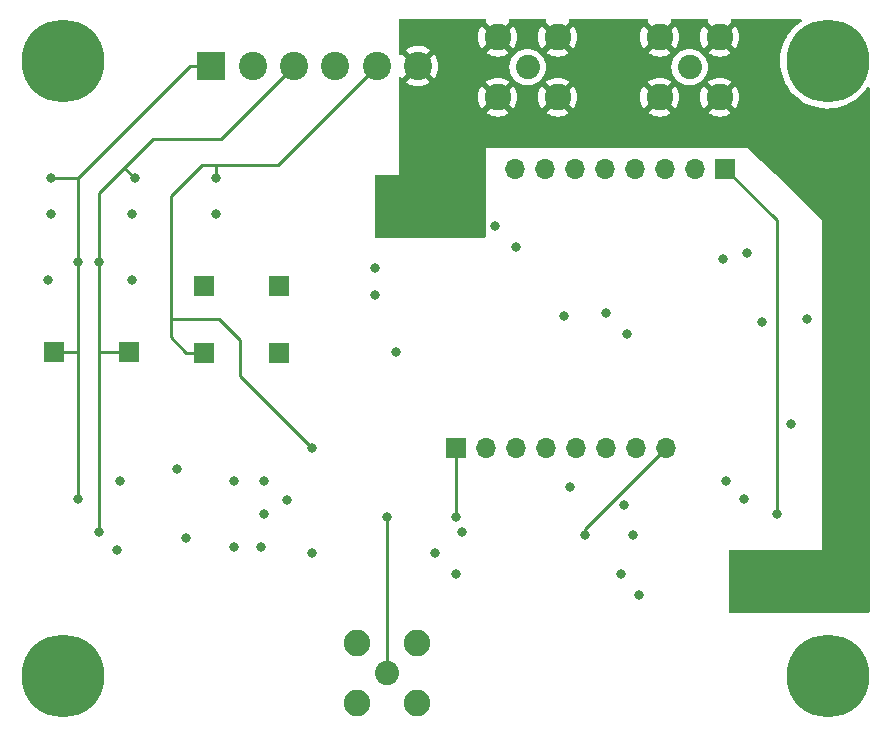
<source format=gbr>
%TF.GenerationSoftware,KiCad,Pcbnew,(6.0.1)*%
%TF.CreationDate,2022-07-28T11:00:42-05:00*%
%TF.ProjectId,proton_detector_amplifier,70726f74-6f6e-45f6-9465-746563746f72,rev?*%
%TF.SameCoordinates,Original*%
%TF.FileFunction,Copper,L2,Inr*%
%TF.FilePolarity,Positive*%
%FSLAX46Y46*%
G04 Gerber Fmt 4.6, Leading zero omitted, Abs format (unit mm)*
G04 Created by KiCad (PCBNEW (6.0.1)) date 2022-07-28 11:00:42*
%MOMM*%
%LPD*%
G01*
G04 APERTURE LIST*
%TA.AperFunction,ComponentPad*%
%ADD10C,0.800000*%
%TD*%
%TA.AperFunction,ComponentPad*%
%ADD11C,7.000000*%
%TD*%
%TA.AperFunction,ComponentPad*%
%ADD12R,1.700000X1.700000*%
%TD*%
%TA.AperFunction,ComponentPad*%
%ADD13C,2.050000*%
%TD*%
%TA.AperFunction,ComponentPad*%
%ADD14C,2.250000*%
%TD*%
%TA.AperFunction,ComponentPad*%
%ADD15R,2.400000X2.400000*%
%TD*%
%TA.AperFunction,ComponentPad*%
%ADD16C,2.400000*%
%TD*%
%TA.AperFunction,ComponentPad*%
%ADD17O,1.700000X1.700000*%
%TD*%
%TA.AperFunction,ViaPad*%
%ADD18C,0.800000*%
%TD*%
%TA.AperFunction,Conductor*%
%ADD19C,0.250000*%
%TD*%
G04 APERTURE END LIST*
D10*
%TO.N,N/C*%
%TO.C,H2*%
X33867000Y-38100000D03*
X31242000Y-35475000D03*
D11*
X31242000Y-38100000D03*
D10*
X29385845Y-36243845D03*
X33098155Y-36243845D03*
X33098155Y-39956155D03*
X29385845Y-39956155D03*
X31242000Y-40725000D03*
X28617000Y-38100000D03*
%TD*%
D12*
%TO.N,+5V*%
%TO.C,+9V*%
X30480000Y-62738000D03*
%TD*%
D13*
%TO.N,Net-(C14-Pad1)*%
%TO.C,J2*%
X58674000Y-89916000D03*
D14*
%TO.N,Earth*%
X61214000Y-87376000D03*
X56134000Y-87376000D03*
X61214000Y-92456000D03*
X56134000Y-92456000D03*
%TD*%
D12*
%TO.N,-VDC*%
%TO.C,-60V*%
X43180000Y-62786000D03*
%TD*%
%TO.N,-5VA*%
%TO.C,-5VA*%
X43180000Y-57150000D03*
%TD*%
D10*
%TO.N,N/C*%
%TO.C,H4*%
X93387000Y-90170000D03*
X97868155Y-92026155D03*
X96012000Y-87545000D03*
X94155845Y-88313845D03*
D11*
X96012000Y-90170000D03*
D10*
X98637000Y-90170000D03*
X94155845Y-92026155D03*
X96012000Y-92795000D03*
X97868155Y-88313845D03*
%TD*%
D12*
%TO.N,-5V*%
%TO.C,-9V*%
X36830000Y-62738000D03*
%TD*%
%TO.N,Earth*%
%TO.C,GND*%
X49530000Y-62786000D03*
%TD*%
D13*
%TO.N,Net-(J6-Pad1)*%
%TO.C,J6*%
X70612000Y-38608000D03*
D14*
%TO.N,Earth*%
X73152000Y-41148000D03*
X73152000Y-36068000D03*
X68072000Y-41148000D03*
X68072000Y-36068000D03*
%TD*%
D13*
%TO.N,Net-(J5-Pad1)*%
%TO.C,J5*%
X84328000Y-38608000D03*
D14*
%TO.N,Earth*%
X81788000Y-41148000D03*
X86868000Y-41148000D03*
X86868000Y-36068000D03*
X81788000Y-36068000D03*
%TD*%
D10*
%TO.N,N/C*%
%TO.C,H3*%
X33098155Y-92026155D03*
X31242000Y-87545000D03*
X28617000Y-90170000D03*
D11*
X31242000Y-90170000D03*
D10*
X33098155Y-88313845D03*
X29385845Y-88313845D03*
X31242000Y-92795000D03*
X29385845Y-92026155D03*
X33867000Y-90170000D03*
%TD*%
D15*
%TO.N,+5V*%
%TO.C,J1*%
X43828000Y-38508000D03*
D16*
%TO.N,Earth*%
X47328000Y-38508000D03*
%TO.N,-5V*%
X50828000Y-38508000D03*
%TO.N,Earth*%
X54328000Y-38508000D03*
%TO.N,-VDC*%
X57828000Y-38508000D03*
%TO.N,Earth*%
X61328000Y-38508000D03*
%TD*%
D12*
%TO.N,Net-(C14-Pad2)*%
%TO.C,J3*%
X64531000Y-70866000D03*
D17*
%TO.N,Earth*%
X67071000Y-70866000D03*
%TO.N,unconnected-(J3-Pad3)*%
X69611000Y-70866000D03*
%TO.N,Earth*%
X72151000Y-70866000D03*
%TO.N,-5VA*%
X74691000Y-70866000D03*
%TO.N,+5VA*%
X77231000Y-70866000D03*
%TO.N,Earth*%
X79771000Y-70866000D03*
%TO.N,Net-(C17-Pad2)*%
X82311000Y-70866000D03*
%TD*%
D12*
%TO.N,Net-(C13-Pad2)*%
%TO.C,J4*%
X87361000Y-47244000D03*
D17*
%TO.N,Net-(J4-Pad2)*%
X84821000Y-47244000D03*
%TO.N,Earth*%
X82281000Y-47244000D03*
%TO.N,-5VA*%
X79741000Y-47244000D03*
%TO.N,+5VA*%
X77201000Y-47244000D03*
%TO.N,Earth*%
X74661000Y-47244000D03*
X72121000Y-47244000D03*
%TO.N,Net-(C26-Pad1)*%
X69581000Y-47244000D03*
%TD*%
D11*
%TO.N,N/C*%
%TO.C,H1*%
X96012000Y-38100000D03*
D10*
X94155845Y-36243845D03*
X93387000Y-38100000D03*
X94155845Y-39956155D03*
X96012000Y-35475000D03*
X96012000Y-40725000D03*
X97868155Y-39956155D03*
X98637000Y-38100000D03*
X97868155Y-36243845D03*
%TD*%
D12*
%TO.N,+5VA*%
%TO.C,+5VA*%
X49530000Y-57150000D03*
%TD*%
D18*
%TO.N,+5V*%
X30226000Y-48006000D03*
X32512000Y-55118000D03*
X32512000Y-75184000D03*
%TO.N,-5V*%
X34290000Y-55118000D03*
X34290000Y-77978000D03*
X37338000Y-48006000D03*
%TO.N,-VDC*%
X52324000Y-70866000D03*
X44196000Y-48006000D03*
%TO.N,Earth*%
X97282000Y-42672000D03*
X99060000Y-41656000D03*
X52324000Y-79756000D03*
X99060000Y-64770000D03*
X99060000Y-78994000D03*
X91440000Y-38100000D03*
X60198000Y-35052000D03*
X72390000Y-44450000D03*
X99060000Y-55880000D03*
X96012000Y-70358000D03*
X99060000Y-82550000D03*
X91948000Y-40132000D03*
X94234000Y-59944000D03*
X91440000Y-84328000D03*
X36068000Y-73660000D03*
X87376000Y-73660000D03*
X96012000Y-68580000D03*
X91694000Y-36322000D03*
X92964000Y-48260000D03*
X96012000Y-61468000D03*
X99060000Y-59436000D03*
X90678000Y-35052000D03*
X89154000Y-35052000D03*
X93218000Y-41656000D03*
X62992000Y-52324000D03*
X60198000Y-40894000D03*
X99060000Y-46990000D03*
X96012000Y-79248000D03*
X96012000Y-72136000D03*
X99060000Y-84328000D03*
X93218000Y-84328000D03*
X91694000Y-46990000D03*
X99060000Y-52324000D03*
X70866000Y-44450000D03*
X29972000Y-56642000D03*
X75438000Y-44450000D03*
X99060000Y-54102000D03*
X45720000Y-79248000D03*
X63754000Y-35052000D03*
X78740000Y-35052000D03*
X96012000Y-57912000D03*
X97028000Y-84328000D03*
X66294000Y-52324000D03*
X48006000Y-79248000D03*
X67818000Y-52070000D03*
X40894000Y-72644000D03*
X35814000Y-79502000D03*
X59177701Y-48255701D03*
X48260000Y-73660000D03*
X66294000Y-44450000D03*
X88138000Y-84328000D03*
X77216000Y-35052000D03*
X89662000Y-84328000D03*
X99060000Y-73660000D03*
X90678000Y-80010000D03*
X99060000Y-77216000D03*
X99060000Y-66548000D03*
X64516000Y-52324000D03*
X90424000Y-45720000D03*
X94996000Y-84328000D03*
X80010000Y-83312000D03*
X82296000Y-44958000D03*
X92902500Y-68834000D03*
X67818000Y-44450000D03*
X99060000Y-61214000D03*
X66294000Y-46228000D03*
X96012000Y-59690000D03*
X37084000Y-51054000D03*
X59436000Y-62738000D03*
X99060000Y-45212000D03*
X96012000Y-73914000D03*
X79502000Y-78232000D03*
X99060000Y-68326000D03*
X89154000Y-54356000D03*
X58161701Y-49271701D03*
X58674000Y-52070000D03*
X99060000Y-57658000D03*
X90424000Y-60198000D03*
X78994000Y-61214000D03*
X96012000Y-65024000D03*
X69342000Y-44450000D03*
X30226000Y-51054000D03*
X99060000Y-50546000D03*
X96012000Y-77470000D03*
X95504000Y-50800000D03*
X75692000Y-35052000D03*
X99060000Y-80772000D03*
X80772000Y-44958000D03*
X65024000Y-77978000D03*
X92456000Y-80010000D03*
X99060000Y-62992000D03*
X79248000Y-44958000D03*
X94996000Y-42672000D03*
X66294000Y-50038000D03*
X99060000Y-48768000D03*
X96012000Y-52578000D03*
X92456000Y-35052000D03*
X78740000Y-75692000D03*
X99060000Y-71882000D03*
X73660000Y-59690000D03*
X94234000Y-80010000D03*
X99060000Y-43434000D03*
X99060000Y-75438000D03*
X89154000Y-44704000D03*
X96012000Y-66802000D03*
X96012000Y-63246000D03*
X96012000Y-75692000D03*
X44196000Y-51054000D03*
X96012000Y-54356000D03*
X99060000Y-70104000D03*
X45720000Y-73660000D03*
X94234000Y-49530000D03*
X61976000Y-35052000D03*
X37084000Y-56642000D03*
X66294000Y-48260000D03*
X60198000Y-45974000D03*
X60198000Y-43434000D03*
X65532000Y-35052000D03*
X76962000Y-44450000D03*
X62738000Y-79756000D03*
X96012000Y-56134000D03*
X41656000Y-78486000D03*
X73914000Y-44450000D03*
%TO.N,+5VA*%
X88900000Y-75184000D03*
X48260000Y-76454000D03*
X77216000Y-59436000D03*
X57658000Y-57912000D03*
X74168000Y-74168000D03*
%TO.N,-5VA*%
X78486000Y-81534000D03*
X64554500Y-81495500D03*
X69596000Y-53848000D03*
X50205500Y-75270500D03*
X87122000Y-54864000D03*
%TO.N,Net-(C14-Pad1)*%
X58674000Y-76708000D03*
%TO.N,Net-(C14-Pad2)*%
X64524000Y-76716000D03*
%TO.N,Net-(C17-Pad2)*%
X75438000Y-78232000D03*
%TO.N,Net-(C13-Pad2)*%
X91694000Y-76454000D03*
%TO.N,Net-(C26-Pad1)*%
X57658000Y-55626000D03*
%TD*%
D19*
%TO.N,+5V*%
X30226000Y-48006000D02*
X32512000Y-48006000D01*
X32512000Y-48006000D02*
X32512000Y-55118000D01*
X42010000Y-38508000D02*
X32512000Y-48006000D01*
X32512000Y-55118000D02*
X32512000Y-62738000D01*
X43828000Y-38508000D02*
X42010000Y-38508000D01*
X32512000Y-62738000D02*
X32512000Y-75184000D01*
X30480000Y-62738000D02*
X32512000Y-62738000D01*
%TO.N,-5V*%
X38862000Y-44704000D02*
X36449000Y-47117000D01*
X34290000Y-55118000D02*
X34290000Y-62738000D01*
X50828000Y-38508000D02*
X44632000Y-44704000D01*
X34290000Y-62738000D02*
X34290000Y-77978000D01*
X34290000Y-62738000D02*
X36830000Y-62738000D01*
X34290000Y-49276000D02*
X36449000Y-47117000D01*
X34290000Y-55118000D02*
X34290000Y-49276000D01*
X44632000Y-44704000D02*
X38862000Y-44704000D01*
X37338000Y-48006000D02*
X36449000Y-47117000D01*
%TO.N,-VDC*%
X40386000Y-49530000D02*
X40386000Y-59944000D01*
X40386000Y-59944000D02*
X40386000Y-61468000D01*
X52324000Y-70866000D02*
X46228000Y-64770000D01*
X57828000Y-38508000D02*
X49458000Y-46878000D01*
X44084000Y-46878000D02*
X43038000Y-46878000D01*
X41704000Y-62786000D02*
X43180000Y-62786000D01*
X49458000Y-46878000D02*
X44084000Y-46878000D01*
X43038000Y-46878000D02*
X40386000Y-49530000D01*
X44196000Y-46990000D02*
X44084000Y-46878000D01*
X40386000Y-61468000D02*
X41704000Y-62786000D01*
X44196000Y-48006000D02*
X44196000Y-46990000D01*
X46228000Y-64770000D02*
X46228000Y-61722000D01*
X44450000Y-59944000D02*
X40386000Y-59944000D01*
X46228000Y-61722000D02*
X44450000Y-59944000D01*
%TO.N,Net-(C14-Pad1)*%
X58674000Y-76708000D02*
X58674000Y-89916000D01*
%TO.N,Net-(C14-Pad2)*%
X64531000Y-76709000D02*
X64531000Y-70866000D01*
X64524000Y-76716000D02*
X64531000Y-76709000D01*
%TO.N,Net-(C17-Pad2)*%
X75438000Y-77739000D02*
X82311000Y-70866000D01*
X75438000Y-78232000D02*
X75438000Y-77739000D01*
%TO.N,Net-(C13-Pad2)*%
X91694000Y-76454000D02*
X91694000Y-51577000D01*
X91694000Y-51577000D02*
X87361000Y-47244000D01*
%TD*%
%TA.AperFunction,Conductor*%
%TO.N,Earth*%
G36*
X67079682Y-34564002D02*
G01*
X67126175Y-34617658D01*
X67136279Y-34687932D01*
X67117072Y-34738873D01*
X67112811Y-34745401D01*
X67118817Y-34755607D01*
X68059188Y-35695978D01*
X68073132Y-35703592D01*
X68074965Y-35703461D01*
X68081580Y-35699210D01*
X69023724Y-34757066D01*
X69031116Y-34743529D01*
X69030206Y-34742228D01*
X69007546Y-34674944D01*
X69024860Y-34606091D01*
X69076649Y-34557529D01*
X69133449Y-34544000D01*
X72091561Y-34544000D01*
X72159682Y-34564002D01*
X72206175Y-34617658D01*
X72216279Y-34687932D01*
X72197072Y-34738873D01*
X72192811Y-34745401D01*
X72198817Y-34755607D01*
X73139188Y-35695978D01*
X73153132Y-35703592D01*
X73154965Y-35703461D01*
X73161580Y-35699210D01*
X74103724Y-34757066D01*
X74111116Y-34743529D01*
X74110206Y-34742228D01*
X74087546Y-34674944D01*
X74104860Y-34606091D01*
X74156649Y-34557529D01*
X74213449Y-34544000D01*
X75184000Y-34544000D01*
X75184000Y-45466000D01*
X67056000Y-45466000D01*
X67056000Y-52960000D01*
X67035998Y-53028121D01*
X66982342Y-53074614D01*
X66930000Y-53086000D01*
X57784000Y-53086000D01*
X57715879Y-53065998D01*
X57669386Y-53012342D01*
X57658000Y-52960000D01*
X57658000Y-47878000D01*
X57678002Y-47809879D01*
X57731658Y-47763386D01*
X57784000Y-47752000D01*
X59690000Y-47752000D01*
X59690000Y-42472471D01*
X67112884Y-42472471D01*
X67116570Y-42477740D01*
X67324121Y-42604927D01*
X67332915Y-42609408D01*
X67561242Y-42703984D01*
X67570627Y-42707033D01*
X67810940Y-42764728D01*
X67820687Y-42766271D01*
X68067070Y-42785662D01*
X68076930Y-42785662D01*
X68323313Y-42766271D01*
X68333060Y-42764728D01*
X68573373Y-42707033D01*
X68582758Y-42703984D01*
X68811085Y-42609408D01*
X68819879Y-42604927D01*
X69025928Y-42478660D01*
X69029968Y-42472471D01*
X72192884Y-42472471D01*
X72196570Y-42477740D01*
X72404121Y-42604927D01*
X72412915Y-42609408D01*
X72641242Y-42703984D01*
X72650627Y-42707033D01*
X72890940Y-42764728D01*
X72900687Y-42766271D01*
X73147070Y-42785662D01*
X73156930Y-42785662D01*
X73403313Y-42766271D01*
X73413060Y-42764728D01*
X73653373Y-42707033D01*
X73662758Y-42703984D01*
X73891085Y-42609408D01*
X73899879Y-42604927D01*
X74105928Y-42478660D01*
X74111190Y-42470599D01*
X74105183Y-42460393D01*
X73164812Y-41520022D01*
X73150868Y-41512408D01*
X73149035Y-41512539D01*
X73142420Y-41516790D01*
X72200276Y-42458934D01*
X72192884Y-42472471D01*
X69029968Y-42472471D01*
X69031190Y-42470599D01*
X69025183Y-42460393D01*
X68084812Y-41520022D01*
X68070868Y-41512408D01*
X68069035Y-41512539D01*
X68062420Y-41516790D01*
X67120276Y-42458934D01*
X67112884Y-42472471D01*
X59690000Y-42472471D01*
X59690000Y-41152930D01*
X66434338Y-41152930D01*
X66453729Y-41399313D01*
X66455272Y-41409060D01*
X66512967Y-41649373D01*
X66516016Y-41658758D01*
X66610592Y-41887085D01*
X66615073Y-41895879D01*
X66741340Y-42101928D01*
X66749401Y-42107190D01*
X66759607Y-42101183D01*
X67699978Y-41160812D01*
X67706356Y-41149132D01*
X68436408Y-41149132D01*
X68436539Y-41150965D01*
X68440790Y-41157580D01*
X69382934Y-42099724D01*
X69396471Y-42107116D01*
X69401740Y-42103430D01*
X69528927Y-41895879D01*
X69533408Y-41887085D01*
X69627984Y-41658758D01*
X69631033Y-41649373D01*
X69688728Y-41409060D01*
X69690271Y-41399313D01*
X69709662Y-41152930D01*
X71514338Y-41152930D01*
X71533729Y-41399313D01*
X71535272Y-41409060D01*
X71592967Y-41649373D01*
X71596016Y-41658758D01*
X71690592Y-41887085D01*
X71695073Y-41895879D01*
X71821340Y-42101928D01*
X71829401Y-42107190D01*
X71839607Y-42101183D01*
X72779978Y-41160812D01*
X72786356Y-41149132D01*
X73516408Y-41149132D01*
X73516539Y-41150965D01*
X73520790Y-41157580D01*
X74462934Y-42099724D01*
X74476471Y-42107116D01*
X74481740Y-42103430D01*
X74608927Y-41895879D01*
X74613408Y-41887085D01*
X74707984Y-41658758D01*
X74711033Y-41649373D01*
X74768728Y-41409060D01*
X74770271Y-41399313D01*
X74789662Y-41152930D01*
X74789662Y-41143070D01*
X74770271Y-40896687D01*
X74768728Y-40886940D01*
X74711033Y-40646627D01*
X74707984Y-40637242D01*
X74613408Y-40408915D01*
X74608927Y-40400121D01*
X74482660Y-40194072D01*
X74474599Y-40188810D01*
X74464393Y-40194817D01*
X73524022Y-41135188D01*
X73516408Y-41149132D01*
X72786356Y-41149132D01*
X72787592Y-41146868D01*
X72787461Y-41145035D01*
X72783210Y-41138420D01*
X71841066Y-40196276D01*
X71827529Y-40188884D01*
X71822260Y-40192570D01*
X71695073Y-40400121D01*
X71690592Y-40408915D01*
X71596016Y-40637242D01*
X71592967Y-40646627D01*
X71535272Y-40886940D01*
X71533729Y-40896687D01*
X71514338Y-41143070D01*
X71514338Y-41152930D01*
X69709662Y-41152930D01*
X69709662Y-41143070D01*
X69690271Y-40896687D01*
X69688728Y-40886940D01*
X69631033Y-40646627D01*
X69627984Y-40637242D01*
X69533408Y-40408915D01*
X69528927Y-40400121D01*
X69402660Y-40194072D01*
X69394599Y-40188810D01*
X69384393Y-40194817D01*
X68444022Y-41135188D01*
X68436408Y-41149132D01*
X67706356Y-41149132D01*
X67707592Y-41146868D01*
X67707461Y-41145035D01*
X67703210Y-41138420D01*
X66761066Y-40196276D01*
X66747529Y-40188884D01*
X66742260Y-40192570D01*
X66615073Y-40400121D01*
X66610592Y-40408915D01*
X66516016Y-40637242D01*
X66512967Y-40646627D01*
X66455272Y-40886940D01*
X66453729Y-40896687D01*
X66434338Y-41143070D01*
X66434338Y-41152930D01*
X59690000Y-41152930D01*
X59690000Y-39881359D01*
X60319386Y-39881359D01*
X60328099Y-39892879D01*
X60416586Y-39957760D01*
X60424505Y-39962708D01*
X60640877Y-40076547D01*
X60649451Y-40080275D01*
X60880282Y-40160885D01*
X60889291Y-40163299D01*
X61129518Y-40208908D01*
X61138775Y-40209962D01*
X61383107Y-40219563D01*
X61392420Y-40219237D01*
X61635478Y-40192618D01*
X61644655Y-40190917D01*
X61881107Y-40128665D01*
X61889926Y-40125628D01*
X62114584Y-40029107D01*
X62122856Y-40024800D01*
X62330777Y-39896135D01*
X62332620Y-39894796D01*
X62340038Y-39883541D01*
X62333974Y-39873184D01*
X62286191Y-39825401D01*
X67112810Y-39825401D01*
X67118817Y-39835607D01*
X68059188Y-40775978D01*
X68073132Y-40783592D01*
X68074965Y-40783461D01*
X68081580Y-40779210D01*
X69023724Y-39837066D01*
X69031116Y-39823529D01*
X69027430Y-39818260D01*
X68819879Y-39691073D01*
X68811085Y-39686592D01*
X68582758Y-39592016D01*
X68573373Y-39588967D01*
X68333060Y-39531272D01*
X68323313Y-39529729D01*
X68076930Y-39510338D01*
X68067070Y-39510338D01*
X67820687Y-39529729D01*
X67810940Y-39531272D01*
X67570627Y-39588967D01*
X67561242Y-39592016D01*
X67332915Y-39686592D01*
X67324121Y-39691073D01*
X67118072Y-39817340D01*
X67112810Y-39825401D01*
X62286191Y-39825401D01*
X61340812Y-38880022D01*
X61326868Y-38872408D01*
X61325035Y-38872539D01*
X61318420Y-38876790D01*
X60326044Y-39869166D01*
X60319386Y-39881359D01*
X59690000Y-39881359D01*
X59690000Y-39548545D01*
X59710002Y-39480424D01*
X59763658Y-39433931D01*
X59833932Y-39423827D01*
X59898512Y-39453321D01*
X59916958Y-39473157D01*
X59943172Y-39508262D01*
X59954431Y-39516712D01*
X59966850Y-39509940D01*
X60955978Y-38520812D01*
X60962356Y-38509132D01*
X61692408Y-38509132D01*
X61692539Y-38510965D01*
X61696790Y-38517580D01*
X62691732Y-39512522D01*
X62704112Y-39519282D01*
X62712453Y-39513038D01*
X62830700Y-39329202D01*
X62835147Y-39321011D01*
X62935572Y-39098076D01*
X62938767Y-39089298D01*
X63005135Y-38853973D01*
X63006993Y-38844844D01*
X63037124Y-38608000D01*
X69073758Y-38608000D01*
X69092696Y-38848634D01*
X69093850Y-38853441D01*
X69093851Y-38853447D01*
X69120839Y-38965857D01*
X69149045Y-39083343D01*
X69150938Y-39087914D01*
X69150939Y-39087916D01*
X69155148Y-39098076D01*
X69241416Y-39306347D01*
X69367536Y-39512156D01*
X69524299Y-39695701D01*
X69707844Y-39852464D01*
X69913653Y-39978584D01*
X69918223Y-39980477D01*
X69918227Y-39980479D01*
X70132084Y-40069061D01*
X70136657Y-40070955D01*
X70179464Y-40081232D01*
X70366553Y-40126149D01*
X70366559Y-40126150D01*
X70371366Y-40127304D01*
X70612000Y-40146242D01*
X70852634Y-40127304D01*
X70857441Y-40126150D01*
X70857447Y-40126149D01*
X71044536Y-40081232D01*
X71087343Y-40070955D01*
X71091916Y-40069061D01*
X71305773Y-39980479D01*
X71305777Y-39980477D01*
X71310347Y-39978584D01*
X71516156Y-39852464D01*
X71547843Y-39825401D01*
X72192810Y-39825401D01*
X72198817Y-39835607D01*
X73139188Y-40775978D01*
X73153132Y-40783592D01*
X73154965Y-40783461D01*
X73161580Y-40779210D01*
X74103724Y-39837066D01*
X74111116Y-39823529D01*
X74107430Y-39818260D01*
X73899879Y-39691073D01*
X73891085Y-39686592D01*
X73662758Y-39592016D01*
X73653373Y-39588967D01*
X73413060Y-39531272D01*
X73403313Y-39529729D01*
X73156930Y-39510338D01*
X73147070Y-39510338D01*
X72900687Y-39529729D01*
X72890940Y-39531272D01*
X72650627Y-39588967D01*
X72641242Y-39592016D01*
X72412915Y-39686592D01*
X72404121Y-39691073D01*
X72198072Y-39817340D01*
X72192810Y-39825401D01*
X71547843Y-39825401D01*
X71699701Y-39695701D01*
X71856464Y-39512156D01*
X71982584Y-39306347D01*
X72068853Y-39098076D01*
X72073061Y-39087916D01*
X72073062Y-39087914D01*
X72074955Y-39083343D01*
X72103161Y-38965857D01*
X72130149Y-38853447D01*
X72130150Y-38853441D01*
X72131304Y-38848634D01*
X72150242Y-38608000D01*
X72131304Y-38367366D01*
X72130150Y-38362559D01*
X72130149Y-38362553D01*
X72076110Y-38137469D01*
X72074955Y-38132657D01*
X72024889Y-38011786D01*
X71984479Y-37914227D01*
X71984477Y-37914223D01*
X71982584Y-37909653D01*
X71856464Y-37703844D01*
X71699701Y-37520299D01*
X71550034Y-37392471D01*
X72192884Y-37392471D01*
X72196570Y-37397740D01*
X72404121Y-37524927D01*
X72412915Y-37529408D01*
X72641242Y-37623984D01*
X72650627Y-37627033D01*
X72890940Y-37684728D01*
X72900687Y-37686271D01*
X73147070Y-37705662D01*
X73156930Y-37705662D01*
X73403313Y-37686271D01*
X73413060Y-37684728D01*
X73653373Y-37627033D01*
X73662758Y-37623984D01*
X73891085Y-37529408D01*
X73899879Y-37524927D01*
X74105928Y-37398660D01*
X74111190Y-37390599D01*
X74105183Y-37380393D01*
X73164812Y-36440022D01*
X73150868Y-36432408D01*
X73149035Y-36432539D01*
X73142420Y-36436790D01*
X72200276Y-37378934D01*
X72192884Y-37392471D01*
X71550034Y-37392471D01*
X71516156Y-37363536D01*
X71310347Y-37237416D01*
X71305777Y-37235523D01*
X71305773Y-37235521D01*
X71091916Y-37146939D01*
X71091914Y-37146938D01*
X71087343Y-37145045D01*
X70992083Y-37122175D01*
X70857447Y-37089851D01*
X70857441Y-37089850D01*
X70852634Y-37088696D01*
X70612000Y-37069758D01*
X70371366Y-37088696D01*
X70366559Y-37089850D01*
X70366553Y-37089851D01*
X70231917Y-37122175D01*
X70136657Y-37145045D01*
X70132086Y-37146938D01*
X70132084Y-37146939D01*
X69918227Y-37235521D01*
X69918223Y-37235523D01*
X69913653Y-37237416D01*
X69707844Y-37363536D01*
X69524299Y-37520299D01*
X69367536Y-37703844D01*
X69241416Y-37909653D01*
X69239523Y-37914223D01*
X69239521Y-37914227D01*
X69199111Y-38011786D01*
X69149045Y-38132657D01*
X69147890Y-38137469D01*
X69093851Y-38362553D01*
X69093850Y-38362559D01*
X69092696Y-38367366D01*
X69073758Y-38608000D01*
X63037124Y-38608000D01*
X63038044Y-38600770D01*
X63038525Y-38594483D01*
X63040706Y-38511160D01*
X63040555Y-38504851D01*
X63022321Y-38259486D01*
X63020944Y-38250280D01*
X62966979Y-38011786D01*
X62964255Y-38002875D01*
X62875633Y-37774983D01*
X62871619Y-37766567D01*
X62750284Y-37554276D01*
X62745074Y-37546553D01*
X62713787Y-37506865D01*
X62701863Y-37498395D01*
X62690328Y-37504882D01*
X61700022Y-38495188D01*
X61692408Y-38509132D01*
X60962356Y-38509132D01*
X60963592Y-38506868D01*
X60963461Y-38505035D01*
X60959210Y-38498420D01*
X59964828Y-37504038D01*
X59951520Y-37496771D01*
X59941481Y-37503893D01*
X59936581Y-37509784D01*
X59931172Y-37517367D01*
X59923719Y-37529649D01*
X59871279Y-37577509D01*
X59801289Y-37589421D01*
X59735969Y-37561603D01*
X59696059Y-37502886D01*
X59690000Y-37464283D01*
X59690000Y-37132917D01*
X60317330Y-37132917D01*
X60321903Y-37142693D01*
X61315188Y-38135978D01*
X61329132Y-38143592D01*
X61330965Y-38143461D01*
X61337580Y-38139210D01*
X62084319Y-37392471D01*
X67112884Y-37392471D01*
X67116570Y-37397740D01*
X67324121Y-37524927D01*
X67332915Y-37529408D01*
X67561242Y-37623984D01*
X67570627Y-37627033D01*
X67810940Y-37684728D01*
X67820687Y-37686271D01*
X68067070Y-37705662D01*
X68076930Y-37705662D01*
X68323313Y-37686271D01*
X68333060Y-37684728D01*
X68573373Y-37627033D01*
X68582758Y-37623984D01*
X68811085Y-37529408D01*
X68819879Y-37524927D01*
X69025928Y-37398660D01*
X69031190Y-37390599D01*
X69025183Y-37380393D01*
X68084812Y-36440022D01*
X68070868Y-36432408D01*
X68069035Y-36432539D01*
X68062420Y-36436790D01*
X67120276Y-37378934D01*
X67112884Y-37392471D01*
X62084319Y-37392471D01*
X62330488Y-37146302D01*
X62336872Y-37134612D01*
X62327460Y-37122502D01*
X62201144Y-37034873D01*
X62193116Y-37030145D01*
X61973810Y-36921995D01*
X61965177Y-36918507D01*
X61732288Y-36843958D01*
X61723238Y-36841785D01*
X61481891Y-36802480D01*
X61472602Y-36801668D01*
X61228114Y-36798467D01*
X61218803Y-36799037D01*
X60976522Y-36832010D01*
X60967403Y-36833948D01*
X60732668Y-36902367D01*
X60723915Y-36905639D01*
X60501869Y-37008004D01*
X60493714Y-37012524D01*
X60326468Y-37122175D01*
X60317330Y-37132917D01*
X59690000Y-37132917D01*
X59690000Y-36072930D01*
X66434338Y-36072930D01*
X66453729Y-36319313D01*
X66455272Y-36329060D01*
X66512967Y-36569373D01*
X66516016Y-36578758D01*
X66610592Y-36807085D01*
X66615073Y-36815879D01*
X66741340Y-37021928D01*
X66749401Y-37027190D01*
X66759607Y-37021183D01*
X67699978Y-36080812D01*
X67706356Y-36069132D01*
X68436408Y-36069132D01*
X68436539Y-36070965D01*
X68440790Y-36077580D01*
X69382934Y-37019724D01*
X69396471Y-37027116D01*
X69401740Y-37023430D01*
X69528927Y-36815879D01*
X69533408Y-36807085D01*
X69627984Y-36578758D01*
X69631033Y-36569373D01*
X69688728Y-36329060D01*
X69690271Y-36319313D01*
X69709662Y-36072930D01*
X71514338Y-36072930D01*
X71533729Y-36319313D01*
X71535272Y-36329060D01*
X71592967Y-36569373D01*
X71596016Y-36578758D01*
X71690592Y-36807085D01*
X71695073Y-36815879D01*
X71821340Y-37021928D01*
X71829401Y-37027190D01*
X71839607Y-37021183D01*
X72779978Y-36080812D01*
X72786356Y-36069132D01*
X73516408Y-36069132D01*
X73516539Y-36070965D01*
X73520790Y-36077580D01*
X74462934Y-37019724D01*
X74476471Y-37027116D01*
X74481740Y-37023430D01*
X74608927Y-36815879D01*
X74613408Y-36807085D01*
X74707984Y-36578758D01*
X74711033Y-36569373D01*
X74768728Y-36329060D01*
X74770271Y-36319313D01*
X74789662Y-36072930D01*
X74789662Y-36063070D01*
X74770271Y-35816687D01*
X74768728Y-35806940D01*
X74711033Y-35566627D01*
X74707984Y-35557242D01*
X74613408Y-35328915D01*
X74608927Y-35320121D01*
X74482660Y-35114072D01*
X74474599Y-35108810D01*
X74464393Y-35114817D01*
X73524022Y-36055188D01*
X73516408Y-36069132D01*
X72786356Y-36069132D01*
X72787592Y-36066868D01*
X72787461Y-36065035D01*
X72783210Y-36058420D01*
X71841066Y-35116276D01*
X71827529Y-35108884D01*
X71822260Y-35112570D01*
X71695073Y-35320121D01*
X71690592Y-35328915D01*
X71596016Y-35557242D01*
X71592967Y-35566627D01*
X71535272Y-35806940D01*
X71533729Y-35816687D01*
X71514338Y-36063070D01*
X71514338Y-36072930D01*
X69709662Y-36072930D01*
X69709662Y-36063070D01*
X69690271Y-35816687D01*
X69688728Y-35806940D01*
X69631033Y-35566627D01*
X69627984Y-35557242D01*
X69533408Y-35328915D01*
X69528927Y-35320121D01*
X69402660Y-35114072D01*
X69394599Y-35108810D01*
X69384393Y-35114817D01*
X68444022Y-36055188D01*
X68436408Y-36069132D01*
X67706356Y-36069132D01*
X67707592Y-36066868D01*
X67707461Y-36065035D01*
X67703210Y-36058420D01*
X66761066Y-35116276D01*
X66747529Y-35108884D01*
X66742260Y-35112570D01*
X66615073Y-35320121D01*
X66610592Y-35328915D01*
X66516016Y-35557242D01*
X66512967Y-35566627D01*
X66455272Y-35806940D01*
X66453729Y-35816687D01*
X66434338Y-36063070D01*
X66434338Y-36072930D01*
X59690000Y-36072930D01*
X59690000Y-34670000D01*
X59710002Y-34601879D01*
X59763658Y-34555386D01*
X59816000Y-34544000D01*
X67011561Y-34544000D01*
X67079682Y-34564002D01*
G37*
%TD.AperFunction*%
%TD*%
%TA.AperFunction,Conductor*%
%TO.N,Earth*%
G36*
X80795682Y-34564002D02*
G01*
X80842175Y-34617658D01*
X80852279Y-34687932D01*
X80833072Y-34738873D01*
X80828811Y-34745401D01*
X80834817Y-34755607D01*
X81775188Y-35695978D01*
X81789132Y-35703592D01*
X81790965Y-35703461D01*
X81797580Y-35699210D01*
X82739724Y-34757066D01*
X82747116Y-34743529D01*
X82746206Y-34742228D01*
X82723546Y-34674944D01*
X82740860Y-34606091D01*
X82792649Y-34557529D01*
X82849449Y-34544000D01*
X85807561Y-34544000D01*
X85875682Y-34564002D01*
X85922175Y-34617658D01*
X85932279Y-34687932D01*
X85913072Y-34738873D01*
X85908811Y-34745401D01*
X85914817Y-34755607D01*
X86855188Y-35695978D01*
X86869132Y-35703592D01*
X86870965Y-35703461D01*
X86877580Y-35699210D01*
X87819724Y-34757066D01*
X87827116Y-34743529D01*
X87826206Y-34742228D01*
X87803546Y-34674944D01*
X87820860Y-34606091D01*
X87872649Y-34557529D01*
X87929449Y-34544000D01*
X93698886Y-34544000D01*
X93767007Y-34564002D01*
X93813500Y-34617658D01*
X93823604Y-34687932D01*
X93794110Y-34752512D01*
X93772948Y-34771935D01*
X93769553Y-34774402D01*
X93499711Y-34970453D01*
X93499705Y-34970458D01*
X93497230Y-34972256D01*
X93494944Y-34974285D01*
X93494941Y-34974288D01*
X93415123Y-35045154D01*
X93204017Y-35232583D01*
X93201938Y-35234828D01*
X93201931Y-35234835D01*
X92939694Y-35518026D01*
X92937608Y-35520279D01*
X92700544Y-35832599D01*
X92698930Y-35835223D01*
X92553901Y-36070965D01*
X92495089Y-36166562D01*
X92323203Y-36518980D01*
X92186527Y-36886489D01*
X92086367Y-37265581D01*
X92023677Y-37652638D01*
X92023483Y-37655718D01*
X92023483Y-37655720D01*
X92007773Y-37905433D01*
X91999057Y-38043965D01*
X91999165Y-38047054D01*
X92010523Y-38372300D01*
X92012741Y-38435827D01*
X92064599Y-38824484D01*
X92154136Y-39206225D01*
X92280496Y-39577407D01*
X92442475Y-39934487D01*
X92638525Y-40274056D01*
X92640314Y-40276554D01*
X92640316Y-40276558D01*
X92740047Y-40415860D01*
X92866776Y-40592874D01*
X93125049Y-40887896D01*
X93410878Y-41156308D01*
X93721536Y-41395546D01*
X93724139Y-41397173D01*
X93724144Y-41397176D01*
X93843576Y-41471805D01*
X94054056Y-41603328D01*
X94405266Y-41777670D01*
X94771812Y-41916907D01*
X95150195Y-42019712D01*
X95448419Y-42070153D01*
X95533783Y-42084591D01*
X95533786Y-42084591D01*
X95536805Y-42085102D01*
X95691444Y-42095916D01*
X95924885Y-42112240D01*
X95924893Y-42112240D01*
X95927951Y-42112454D01*
X96180037Y-42105413D01*
X96316825Y-42101592D01*
X96316828Y-42101592D01*
X96319899Y-42101506D01*
X96322952Y-42101120D01*
X96322956Y-42101120D01*
X96464576Y-42083229D01*
X96708908Y-42052362D01*
X96711912Y-42051680D01*
X96711915Y-42051679D01*
X97088269Y-41966174D01*
X97088275Y-41966172D01*
X97091265Y-41965493D01*
X97094184Y-41964522D01*
X97460396Y-41842700D01*
X97460402Y-41842698D01*
X97463320Y-41841727D01*
X97604735Y-41778765D01*
X97818722Y-41683492D01*
X97818728Y-41683489D01*
X97821522Y-41682245D01*
X97862867Y-41658758D01*
X98159784Y-41490086D01*
X98159790Y-41490083D01*
X98162452Y-41488570D01*
X98482855Y-41262550D01*
X98779674Y-41006344D01*
X98893381Y-40886940D01*
X99047957Y-40724618D01*
X99050074Y-40722395D01*
X99109271Y-40646627D01*
X99289565Y-40415860D01*
X99289567Y-40415857D01*
X99291475Y-40413415D01*
X99335616Y-40343860D01*
X99389004Y-40297063D01*
X99459219Y-40286558D01*
X99523968Y-40315682D01*
X99562691Y-40375188D01*
X99568000Y-40411376D01*
X99568000Y-84710000D01*
X99547998Y-84778121D01*
X99494342Y-84824614D01*
X99442000Y-84836000D01*
X87756000Y-84836000D01*
X87687879Y-84815998D01*
X87641386Y-84762342D01*
X87630000Y-84710000D01*
X87630000Y-79628000D01*
X87650002Y-79559879D01*
X87703658Y-79513386D01*
X87756000Y-79502000D01*
X95504000Y-79502000D01*
X95504000Y-51562000D01*
X92710000Y-48768000D01*
X89154000Y-45466000D01*
X75184000Y-45466000D01*
X75184000Y-42472471D01*
X80828884Y-42472471D01*
X80832570Y-42477740D01*
X81040121Y-42604927D01*
X81048915Y-42609408D01*
X81277242Y-42703984D01*
X81286627Y-42707033D01*
X81526940Y-42764728D01*
X81536687Y-42766271D01*
X81783070Y-42785662D01*
X81792930Y-42785662D01*
X82039313Y-42766271D01*
X82049060Y-42764728D01*
X82289373Y-42707033D01*
X82298758Y-42703984D01*
X82527085Y-42609408D01*
X82535879Y-42604927D01*
X82741928Y-42478660D01*
X82745968Y-42472471D01*
X85908884Y-42472471D01*
X85912570Y-42477740D01*
X86120121Y-42604927D01*
X86128915Y-42609408D01*
X86357242Y-42703984D01*
X86366627Y-42707033D01*
X86606940Y-42764728D01*
X86616687Y-42766271D01*
X86863070Y-42785662D01*
X86872930Y-42785662D01*
X87119313Y-42766271D01*
X87129060Y-42764728D01*
X87369373Y-42707033D01*
X87378758Y-42703984D01*
X87607085Y-42609408D01*
X87615879Y-42604927D01*
X87821928Y-42478660D01*
X87827190Y-42470599D01*
X87821183Y-42460393D01*
X86880812Y-41520022D01*
X86866868Y-41512408D01*
X86865035Y-41512539D01*
X86858420Y-41516790D01*
X85916276Y-42458934D01*
X85908884Y-42472471D01*
X82745968Y-42472471D01*
X82747190Y-42470599D01*
X82741183Y-42460393D01*
X81800812Y-41520022D01*
X81786868Y-41512408D01*
X81785035Y-41512539D01*
X81778420Y-41516790D01*
X80836276Y-42458934D01*
X80828884Y-42472471D01*
X75184000Y-42472471D01*
X75184000Y-41152930D01*
X80150338Y-41152930D01*
X80169729Y-41399313D01*
X80171272Y-41409060D01*
X80228967Y-41649373D01*
X80232016Y-41658758D01*
X80326592Y-41887085D01*
X80331073Y-41895879D01*
X80457340Y-42101928D01*
X80465401Y-42107190D01*
X80475607Y-42101183D01*
X81415978Y-41160812D01*
X81422356Y-41149132D01*
X82152408Y-41149132D01*
X82152539Y-41150965D01*
X82156790Y-41157580D01*
X83098934Y-42099724D01*
X83112471Y-42107116D01*
X83117740Y-42103430D01*
X83244927Y-41895879D01*
X83249408Y-41887085D01*
X83343984Y-41658758D01*
X83347033Y-41649373D01*
X83404728Y-41409060D01*
X83406271Y-41399313D01*
X83425662Y-41152930D01*
X85230338Y-41152930D01*
X85249729Y-41399313D01*
X85251272Y-41409060D01*
X85308967Y-41649373D01*
X85312016Y-41658758D01*
X85406592Y-41887085D01*
X85411073Y-41895879D01*
X85537340Y-42101928D01*
X85545401Y-42107190D01*
X85555607Y-42101183D01*
X86495978Y-41160812D01*
X86502356Y-41149132D01*
X87232408Y-41149132D01*
X87232539Y-41150965D01*
X87236790Y-41157580D01*
X88178934Y-42099724D01*
X88192471Y-42107116D01*
X88197740Y-42103430D01*
X88324927Y-41895879D01*
X88329408Y-41887085D01*
X88423984Y-41658758D01*
X88427033Y-41649373D01*
X88484728Y-41409060D01*
X88486271Y-41399313D01*
X88505662Y-41152930D01*
X88505662Y-41143070D01*
X88486271Y-40896687D01*
X88484728Y-40886940D01*
X88427033Y-40646627D01*
X88423984Y-40637242D01*
X88329408Y-40408915D01*
X88324927Y-40400121D01*
X88198660Y-40194072D01*
X88190599Y-40188810D01*
X88180393Y-40194817D01*
X87240022Y-41135188D01*
X87232408Y-41149132D01*
X86502356Y-41149132D01*
X86503592Y-41146868D01*
X86503461Y-41145035D01*
X86499210Y-41138420D01*
X85557066Y-40196276D01*
X85543529Y-40188884D01*
X85538260Y-40192570D01*
X85411073Y-40400121D01*
X85406592Y-40408915D01*
X85312016Y-40637242D01*
X85308967Y-40646627D01*
X85251272Y-40886940D01*
X85249729Y-40896687D01*
X85230338Y-41143070D01*
X85230338Y-41152930D01*
X83425662Y-41152930D01*
X83425662Y-41143070D01*
X83406271Y-40896687D01*
X83404728Y-40886940D01*
X83347033Y-40646627D01*
X83343984Y-40637242D01*
X83249408Y-40408915D01*
X83244927Y-40400121D01*
X83118660Y-40194072D01*
X83110599Y-40188810D01*
X83100393Y-40194817D01*
X82160022Y-41135188D01*
X82152408Y-41149132D01*
X81422356Y-41149132D01*
X81423592Y-41146868D01*
X81423461Y-41145035D01*
X81419210Y-41138420D01*
X80477066Y-40196276D01*
X80463529Y-40188884D01*
X80458260Y-40192570D01*
X80331073Y-40400121D01*
X80326592Y-40408915D01*
X80232016Y-40637242D01*
X80228967Y-40646627D01*
X80171272Y-40886940D01*
X80169729Y-40896687D01*
X80150338Y-41143070D01*
X80150338Y-41152930D01*
X75184000Y-41152930D01*
X75184000Y-39825401D01*
X80828810Y-39825401D01*
X80834817Y-39835607D01*
X81775188Y-40775978D01*
X81789132Y-40783592D01*
X81790965Y-40783461D01*
X81797580Y-40779210D01*
X82739724Y-39837066D01*
X82747116Y-39823529D01*
X82743430Y-39818260D01*
X82535879Y-39691073D01*
X82527085Y-39686592D01*
X82298758Y-39592016D01*
X82289373Y-39588967D01*
X82049060Y-39531272D01*
X82039313Y-39529729D01*
X81792930Y-39510338D01*
X81783070Y-39510338D01*
X81536687Y-39529729D01*
X81526940Y-39531272D01*
X81286627Y-39588967D01*
X81277242Y-39592016D01*
X81048915Y-39686592D01*
X81040121Y-39691073D01*
X80834072Y-39817340D01*
X80828810Y-39825401D01*
X75184000Y-39825401D01*
X75184000Y-38608000D01*
X82789758Y-38608000D01*
X82808696Y-38848634D01*
X82809850Y-38853441D01*
X82809851Y-38853447D01*
X82845267Y-39000961D01*
X82865045Y-39083343D01*
X82957416Y-39306347D01*
X83083536Y-39512156D01*
X83240299Y-39695701D01*
X83423844Y-39852464D01*
X83629653Y-39978584D01*
X83634223Y-39980477D01*
X83634227Y-39980479D01*
X83848084Y-40069061D01*
X83852657Y-40070955D01*
X83900137Y-40082354D01*
X84082553Y-40126149D01*
X84082559Y-40126150D01*
X84087366Y-40127304D01*
X84328000Y-40146242D01*
X84568634Y-40127304D01*
X84573441Y-40126150D01*
X84573447Y-40126149D01*
X84755863Y-40082354D01*
X84803343Y-40070955D01*
X84807916Y-40069061D01*
X85021773Y-39980479D01*
X85021777Y-39980477D01*
X85026347Y-39978584D01*
X85232156Y-39852464D01*
X85263843Y-39825401D01*
X85908810Y-39825401D01*
X85914817Y-39835607D01*
X86855188Y-40775978D01*
X86869132Y-40783592D01*
X86870965Y-40783461D01*
X86877580Y-40779210D01*
X87819724Y-39837066D01*
X87827116Y-39823529D01*
X87823430Y-39818260D01*
X87615879Y-39691073D01*
X87607085Y-39686592D01*
X87378758Y-39592016D01*
X87369373Y-39588967D01*
X87129060Y-39531272D01*
X87119313Y-39529729D01*
X86872930Y-39510338D01*
X86863070Y-39510338D01*
X86616687Y-39529729D01*
X86606940Y-39531272D01*
X86366627Y-39588967D01*
X86357242Y-39592016D01*
X86128915Y-39686592D01*
X86120121Y-39691073D01*
X85914072Y-39817340D01*
X85908810Y-39825401D01*
X85263843Y-39825401D01*
X85415701Y-39695701D01*
X85572464Y-39512156D01*
X85698584Y-39306347D01*
X85790955Y-39083343D01*
X85810733Y-39000961D01*
X85846149Y-38853447D01*
X85846150Y-38853441D01*
X85847304Y-38848634D01*
X85866242Y-38608000D01*
X85847304Y-38367366D01*
X85846150Y-38362559D01*
X85846149Y-38362553D01*
X85792110Y-38137469D01*
X85790955Y-38132657D01*
X85754218Y-38043965D01*
X85700479Y-37914227D01*
X85700477Y-37914223D01*
X85698584Y-37909653D01*
X85572464Y-37703844D01*
X85415701Y-37520299D01*
X85266034Y-37392471D01*
X85908884Y-37392471D01*
X85912570Y-37397740D01*
X86120121Y-37524927D01*
X86128915Y-37529408D01*
X86357242Y-37623984D01*
X86366627Y-37627033D01*
X86606940Y-37684728D01*
X86616687Y-37686271D01*
X86863070Y-37705662D01*
X86872930Y-37705662D01*
X87119313Y-37686271D01*
X87129060Y-37684728D01*
X87369373Y-37627033D01*
X87378758Y-37623984D01*
X87607085Y-37529408D01*
X87615879Y-37524927D01*
X87821928Y-37398660D01*
X87827190Y-37390599D01*
X87821183Y-37380393D01*
X86880812Y-36440022D01*
X86866868Y-36432408D01*
X86865035Y-36432539D01*
X86858420Y-36436790D01*
X85916276Y-37378934D01*
X85908884Y-37392471D01*
X85266034Y-37392471D01*
X85232156Y-37363536D01*
X85026347Y-37237416D01*
X85021777Y-37235523D01*
X85021773Y-37235521D01*
X84807916Y-37146939D01*
X84807914Y-37146938D01*
X84803343Y-37145045D01*
X84720961Y-37125267D01*
X84573447Y-37089851D01*
X84573441Y-37089850D01*
X84568634Y-37088696D01*
X84328000Y-37069758D01*
X84087366Y-37088696D01*
X84082559Y-37089850D01*
X84082553Y-37089851D01*
X83935039Y-37125267D01*
X83852657Y-37145045D01*
X83848086Y-37146938D01*
X83848084Y-37146939D01*
X83634227Y-37235521D01*
X83634223Y-37235523D01*
X83629653Y-37237416D01*
X83423844Y-37363536D01*
X83240299Y-37520299D01*
X83083536Y-37703844D01*
X82957416Y-37909653D01*
X82955523Y-37914223D01*
X82955521Y-37914227D01*
X82901782Y-38043965D01*
X82865045Y-38132657D01*
X82863890Y-38137469D01*
X82809851Y-38362553D01*
X82809850Y-38362559D01*
X82808696Y-38367366D01*
X82789758Y-38608000D01*
X75184000Y-38608000D01*
X75184000Y-37392471D01*
X80828884Y-37392471D01*
X80832570Y-37397740D01*
X81040121Y-37524927D01*
X81048915Y-37529408D01*
X81277242Y-37623984D01*
X81286627Y-37627033D01*
X81526940Y-37684728D01*
X81536687Y-37686271D01*
X81783070Y-37705662D01*
X81792930Y-37705662D01*
X82039313Y-37686271D01*
X82049060Y-37684728D01*
X82289373Y-37627033D01*
X82298758Y-37623984D01*
X82527085Y-37529408D01*
X82535879Y-37524927D01*
X82741928Y-37398660D01*
X82747190Y-37390599D01*
X82741183Y-37380393D01*
X81800812Y-36440022D01*
X81786868Y-36432408D01*
X81785035Y-36432539D01*
X81778420Y-36436790D01*
X80836276Y-37378934D01*
X80828884Y-37392471D01*
X75184000Y-37392471D01*
X75184000Y-36072930D01*
X80150338Y-36072930D01*
X80169729Y-36319313D01*
X80171272Y-36329060D01*
X80228967Y-36569373D01*
X80232016Y-36578758D01*
X80326592Y-36807085D01*
X80331073Y-36815879D01*
X80457340Y-37021928D01*
X80465401Y-37027190D01*
X80475607Y-37021183D01*
X81415978Y-36080812D01*
X81422356Y-36069132D01*
X82152408Y-36069132D01*
X82152539Y-36070965D01*
X82156790Y-36077580D01*
X83098934Y-37019724D01*
X83112471Y-37027116D01*
X83117740Y-37023430D01*
X83244927Y-36815879D01*
X83249408Y-36807085D01*
X83343984Y-36578758D01*
X83347033Y-36569373D01*
X83404728Y-36329060D01*
X83406271Y-36319313D01*
X83425662Y-36072930D01*
X85230338Y-36072930D01*
X85249729Y-36319313D01*
X85251272Y-36329060D01*
X85308967Y-36569373D01*
X85312016Y-36578758D01*
X85406592Y-36807085D01*
X85411073Y-36815879D01*
X85537340Y-37021928D01*
X85545401Y-37027190D01*
X85555607Y-37021183D01*
X86495978Y-36080812D01*
X86502356Y-36069132D01*
X87232408Y-36069132D01*
X87232539Y-36070965D01*
X87236790Y-36077580D01*
X88178934Y-37019724D01*
X88192471Y-37027116D01*
X88197740Y-37023430D01*
X88324927Y-36815879D01*
X88329408Y-36807085D01*
X88423984Y-36578758D01*
X88427033Y-36569373D01*
X88484728Y-36329060D01*
X88486271Y-36319313D01*
X88505662Y-36072930D01*
X88505662Y-36063070D01*
X88486271Y-35816687D01*
X88484728Y-35806940D01*
X88427033Y-35566627D01*
X88423984Y-35557242D01*
X88329408Y-35328915D01*
X88324927Y-35320121D01*
X88198660Y-35114072D01*
X88190599Y-35108810D01*
X88180393Y-35114817D01*
X87240022Y-36055188D01*
X87232408Y-36069132D01*
X86502356Y-36069132D01*
X86503592Y-36066868D01*
X86503461Y-36065035D01*
X86499210Y-36058420D01*
X85557066Y-35116276D01*
X85543529Y-35108884D01*
X85538260Y-35112570D01*
X85411073Y-35320121D01*
X85406592Y-35328915D01*
X85312016Y-35557242D01*
X85308967Y-35566627D01*
X85251272Y-35806940D01*
X85249729Y-35816687D01*
X85230338Y-36063070D01*
X85230338Y-36072930D01*
X83425662Y-36072930D01*
X83425662Y-36063070D01*
X83406271Y-35816687D01*
X83404728Y-35806940D01*
X83347033Y-35566627D01*
X83343984Y-35557242D01*
X83249408Y-35328915D01*
X83244927Y-35320121D01*
X83118660Y-35114072D01*
X83110599Y-35108810D01*
X83100393Y-35114817D01*
X82160022Y-36055188D01*
X82152408Y-36069132D01*
X81422356Y-36069132D01*
X81423592Y-36066868D01*
X81423461Y-36065035D01*
X81419210Y-36058420D01*
X80477066Y-35116276D01*
X80463529Y-35108884D01*
X80458260Y-35112570D01*
X80331073Y-35320121D01*
X80326592Y-35328915D01*
X80232016Y-35557242D01*
X80228967Y-35566627D01*
X80171272Y-35806940D01*
X80169729Y-35816687D01*
X80150338Y-36063070D01*
X80150338Y-36072930D01*
X75184000Y-36072930D01*
X75184000Y-34544000D01*
X80727561Y-34544000D01*
X80795682Y-34564002D01*
G37*
%TD.AperFunction*%
%TD*%
M02*

</source>
